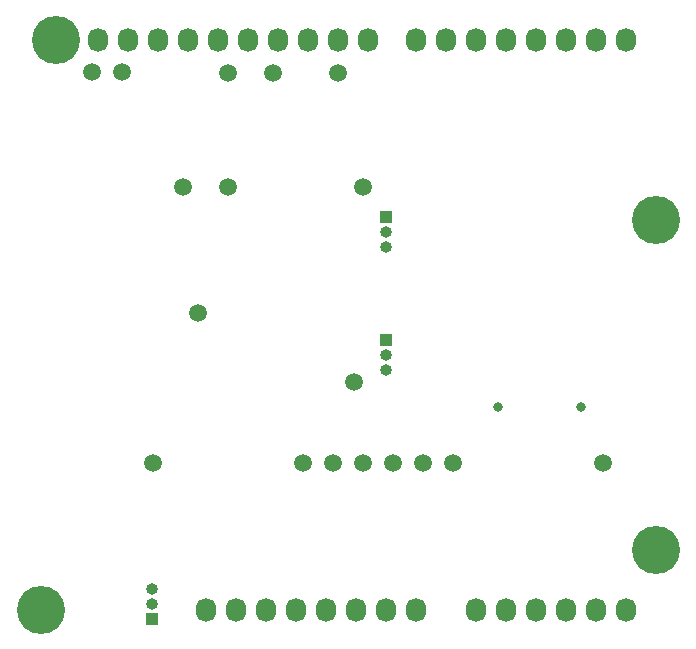
<source format=gbs>
%TF.GenerationSoftware,KiCad,Pcbnew,(5.1.6)-1*%
%TF.CreationDate,2020-08-28T18:14:54+09:00*%
%TF.ProjectId,td4-shield,7464342d-7368-4696-956c-642e6b696361,rev?*%
%TF.SameCoordinates,Original*%
%TF.FileFunction,Soldermask,Bot*%
%TF.FilePolarity,Negative*%
%FSLAX46Y46*%
G04 Gerber Fmt 4.6, Leading zero omitted, Abs format (unit mm)*
G04 Created by KiCad (PCBNEW (5.1.6)-1) date 2020-08-28 18:14:54*
%MOMM*%
%LPD*%
G01*
G04 APERTURE LIST*
%ADD10O,1.000000X1.000000*%
%ADD11R,1.000000X1.000000*%
%ADD12C,0.800000*%
%ADD13O,1.727200X2.032000*%
%ADD14C,4.064000*%
%ADD15C,1.500000*%
G04 APERTURE END LIST*
D10*
%TO.C,SW21*%
X154178000Y-103505000D03*
X154178000Y-102235000D03*
D11*
X154178000Y-100965000D03*
%TD*%
D10*
%TO.C,SW20*%
X154178000Y-93091000D03*
X154178000Y-91821000D03*
D11*
X154178000Y-90551000D03*
%TD*%
D12*
%TO.C,SW19*%
X170688000Y-106680000D03*
%TD*%
%TO.C,SW18*%
X163703000Y-106680000D03*
%TD*%
D10*
%TO.C,JP1*%
X134430000Y-122110000D03*
X134430000Y-123380000D03*
D11*
X134430000Y-124650000D03*
%TD*%
D13*
%TO.C,P1*%
X138938000Y-123825000D03*
X141478000Y-123825000D03*
X144018000Y-123825000D03*
X146558000Y-123825000D03*
X149098000Y-123825000D03*
X151638000Y-123825000D03*
X154178000Y-123825000D03*
X156718000Y-123825000D03*
%TD*%
%TO.C,P2*%
X161798000Y-123825000D03*
X164338000Y-123825000D03*
X166878000Y-123825000D03*
X169418000Y-123825000D03*
X171958000Y-123825000D03*
X174498000Y-123825000D03*
%TD*%
%TO.C,P3*%
X129794000Y-75565000D03*
X132334000Y-75565000D03*
X134874000Y-75565000D03*
X137414000Y-75565000D03*
X139954000Y-75565000D03*
X142494000Y-75565000D03*
X145034000Y-75565000D03*
X147574000Y-75565000D03*
X150114000Y-75565000D03*
X152654000Y-75565000D03*
%TD*%
%TO.C,P4*%
X156718000Y-75565000D03*
X159258000Y-75565000D03*
X161798000Y-75565000D03*
X164338000Y-75565000D03*
X166878000Y-75565000D03*
X169418000Y-75565000D03*
X171958000Y-75565000D03*
X174498000Y-75565000D03*
%TD*%
D14*
%TO.C,P5*%
X124968000Y-123825000D03*
%TD*%
%TO.C,P6*%
X177038000Y-118745000D03*
%TD*%
%TO.C,P7*%
X126238000Y-75565000D03*
%TD*%
%TO.C,P8*%
X177038000Y-90805000D03*
%TD*%
D15*
%TO.C,TP1*%
X140843000Y-88011000D03*
%TD*%
%TO.C,TP2*%
X137033000Y-88011000D03*
%TD*%
%TO.C,TP3*%
X140843000Y-78359000D03*
%TD*%
%TO.C,TP4*%
X144653000Y-78359000D03*
%TD*%
%TO.C,TP5*%
X129362000Y-78333600D03*
%TD*%
%TO.C,TP6*%
X131902000Y-78333600D03*
%TD*%
%TO.C,TP7*%
X134493000Y-111379000D03*
%TD*%
%TO.C,TP8*%
X147193000Y-111379000D03*
%TD*%
%TO.C,TP9*%
X159893000Y-111379000D03*
%TD*%
%TO.C,TP10*%
X172593000Y-111379000D03*
%TD*%
%TO.C,TP11*%
X152273000Y-88011000D03*
%TD*%
%TO.C,TP12*%
X150114000Y-78359000D03*
%TD*%
%TO.C,TP13*%
X149733000Y-111379000D03*
%TD*%
%TO.C,TP14*%
X152273000Y-111379000D03*
%TD*%
%TO.C,TP15*%
X154813000Y-111379000D03*
%TD*%
%TO.C,TP16*%
X157353000Y-111379000D03*
%TD*%
%TO.C,TP17*%
X151511000Y-104521000D03*
%TD*%
%TO.C,TP18*%
X138303000Y-98679000D03*
%TD*%
M02*

</source>
